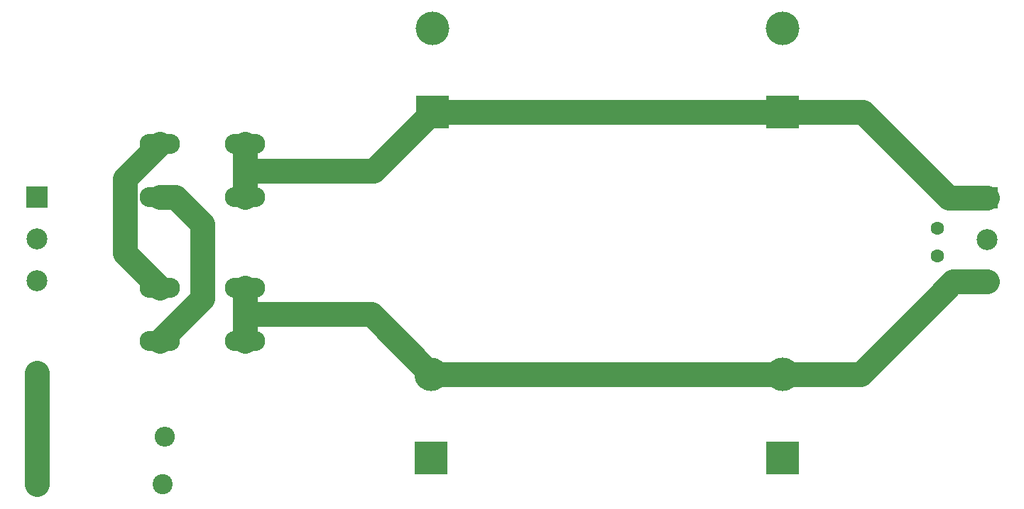
<source format=gbr>
G04 #@! TF.GenerationSoftware,KiCad,Pcbnew,(5.1.12-1-10_14)*
G04 #@! TF.CreationDate,2021-12-13T19:52:56+01:00*
G04 #@! TF.ProjectId,psu-mosfet-160w,7073752d-6d6f-4736-9665-742d31363077,rev?*
G04 #@! TF.SameCoordinates,Original*
G04 #@! TF.FileFunction,Copper,L2,Bot*
G04 #@! TF.FilePolarity,Positive*
%FSLAX46Y46*%
G04 Gerber Fmt 4.6, Leading zero omitted, Abs format (unit mm)*
G04 Created by KiCad (PCBNEW (5.1.12-1-10_14)) date 2021-12-13 19:52:56*
%MOMM*%
%LPD*%
G01*
G04 APERTURE LIST*
G04 #@! TA.AperFunction,ComponentPad*
%ADD10O,4.800600X2.400300*%
G04 #@! TD*
G04 #@! TA.AperFunction,ComponentPad*
%ADD11C,1.600000*%
G04 #@! TD*
G04 #@! TA.AperFunction,ComponentPad*
%ADD12O,2.400000X2.400000*%
G04 #@! TD*
G04 #@! TA.AperFunction,ComponentPad*
%ADD13C,2.400000*%
G04 #@! TD*
G04 #@! TA.AperFunction,ComponentPad*
%ADD14C,2.500000*%
G04 #@! TD*
G04 #@! TA.AperFunction,ComponentPad*
%ADD15R,2.500000X2.500000*%
G04 #@! TD*
G04 #@! TA.AperFunction,ComponentPad*
%ADD16C,2.600000*%
G04 #@! TD*
G04 #@! TA.AperFunction,ComponentPad*
%ADD17C,4.000000*%
G04 #@! TD*
G04 #@! TA.AperFunction,ComponentPad*
%ADD18R,4.000000X4.000000*%
G04 #@! TD*
G04 #@! TA.AperFunction,Conductor*
%ADD19C,3.000000*%
G04 #@! TD*
G04 APERTURE END LIST*
D10*
X6985000Y-38100000D03*
X-3175000Y-38100000D03*
X6985000Y-31750000D03*
X-3175000Y-31750000D03*
X-3175000Y-55245000D03*
X6985000Y-55245000D03*
X-3175000Y-48895000D03*
X6985000Y-48895000D03*
D11*
X89535000Y-50085000D03*
X89535000Y-45085000D03*
X89535000Y-41830000D03*
X89535000Y-36830000D03*
D12*
X-2540000Y-66675000D03*
D13*
X-17780000Y-66675000D03*
D14*
X95504000Y-48180000D03*
X95504000Y-43180000D03*
D15*
X95504000Y-38180000D03*
D16*
X-17780000Y-59055000D03*
D14*
X-17780000Y-48100000D03*
X-17780000Y-43100000D03*
D15*
X-17780000Y-38100000D03*
D17*
X71120000Y-59215000D03*
D18*
X71120000Y-69215000D03*
D17*
X71120000Y-17940000D03*
D18*
X71120000Y-27940000D03*
D17*
X29210000Y-59215000D03*
D18*
X29210000Y-69215000D03*
D17*
X29337000Y-17940000D03*
D18*
X29337000Y-27940000D03*
D13*
X-2780000Y-72390000D03*
X-17780000Y-72390000D03*
D19*
X-17780000Y-59055000D02*
X-17780000Y-66675000D01*
X-17780000Y-66675000D02*
X-17780000Y-72390000D01*
X-7275310Y-44794690D02*
X-3175000Y-48895000D01*
X-7275310Y-35850310D02*
X-7275310Y-44794690D01*
X-3175000Y-31750000D02*
X-7275310Y-35850310D01*
X-3175000Y-55245000D02*
X1905000Y-50165000D01*
X1905000Y-50165000D02*
X1905000Y-41275000D01*
X-1270000Y-38100000D02*
X-3175000Y-38100000D01*
X1905000Y-41275000D02*
X-1270000Y-38100000D01*
X22352000Y-34925000D02*
X29337000Y-27940000D01*
X6985000Y-38100000D02*
X6985000Y-34925000D01*
X6985000Y-34925000D02*
X22352000Y-34925000D01*
X6985000Y-34925000D02*
X6985000Y-31750000D01*
X80645000Y-27940000D02*
X89535000Y-36830000D01*
X71120000Y-27940000D02*
X80645000Y-27940000D01*
X29337000Y-27940000D02*
X71120000Y-27940000D01*
X90885000Y-38180000D02*
X89535000Y-36830000D01*
X95504000Y-38180000D02*
X90885000Y-38180000D01*
X22065000Y-52070000D02*
X29210000Y-59215000D01*
X6985000Y-52070000D02*
X22065000Y-52070000D01*
X6985000Y-55245000D02*
X6985000Y-52070000D01*
X6985000Y-52070000D02*
X6985000Y-48895000D01*
X71120000Y-59215000D02*
X29210000Y-59215000D01*
X71120000Y-59215000D02*
X80405000Y-59215000D01*
X80405000Y-59215000D02*
X89535000Y-50085000D01*
X91440000Y-48180000D02*
X89535000Y-50085000D01*
X95504000Y-48180000D02*
X91440000Y-48180000D01*
M02*

</source>
